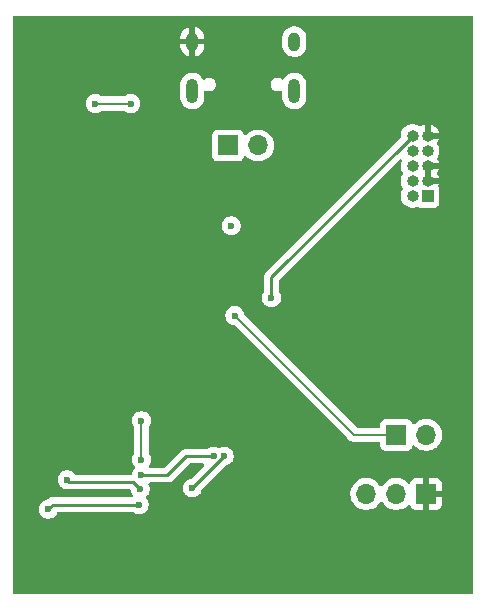
<source format=gbl>
%TF.GenerationSoftware,KiCad,Pcbnew,9.0.0*%
%TF.CreationDate,2025-03-17T13:33:28-06:00*%
%TF.ProjectId,TempLog,54656d70-4c6f-4672-9e6b-696361645f70,rev?*%
%TF.SameCoordinates,Original*%
%TF.FileFunction,Copper,L2,Bot*%
%TF.FilePolarity,Positive*%
%FSLAX46Y46*%
G04 Gerber Fmt 4.6, Leading zero omitted, Abs format (unit mm)*
G04 Created by KiCad (PCBNEW 9.0.0) date 2025-03-17 13:33:28*
%MOMM*%
%LPD*%
G01*
G04 APERTURE LIST*
%TA.AperFunction,ComponentPad*%
%ADD10R,1.700000X1.700000*%
%TD*%
%TA.AperFunction,ComponentPad*%
%ADD11O,1.700000X1.700000*%
%TD*%
%TA.AperFunction,ComponentPad*%
%ADD12O,1.000000X1.600000*%
%TD*%
%TA.AperFunction,ComponentPad*%
%ADD13O,1.000000X2.100000*%
%TD*%
%TA.AperFunction,ComponentPad*%
%ADD14O,1.000000X1.000000*%
%TD*%
%TA.AperFunction,ComponentPad*%
%ADD15R,1.000000X1.000000*%
%TD*%
%TA.AperFunction,ViaPad*%
%ADD16C,0.600000*%
%TD*%
%TA.AperFunction,Conductor*%
%ADD17C,0.250000*%
%TD*%
%TA.AperFunction,Conductor*%
%ADD18C,0.200000*%
%TD*%
G04 APERTURE END LIST*
D10*
%TO.P,J3,1,Pin_1*%
%TO.N,GND*%
X135500000Y-111000000D03*
D11*
%TO.P,J3,2,Pin_2*%
%TO.N,USART1_RX*%
X132960000Y-111000000D03*
%TO.P,J3,3,Pin_3*%
%TO.N,USART1_TX*%
X130420000Y-111000000D03*
%TD*%
D12*
%TO.P,J6,S,SHIELD*%
%TO.N,GND*%
X115700000Y-72700000D03*
D13*
%TO.P,J6,NC3,NC*%
%TO.N,unconnected-(J6-NC-PadNC3)*%
X115700000Y-76880000D03*
%TO.P,J6,NC2,NC*%
%TO.N,unconnected-(J6-NC-PadNC2)*%
X124336000Y-76880000D03*
D12*
%TO.P,J6,NC1,NC*%
%TO.N,unconnected-(J6-NC-PadNC1)*%
X124336000Y-72700000D03*
%TD*%
D14*
%TO.P,J1,10,Pin_10*%
%TO.N,NRST*%
X134355000Y-80690000D03*
%TO.P,J1,8,Pin_8*%
%TO.N,unconnected-(J1-Pin_8-Pad8)*%
X134355000Y-81960000D03*
%TO.P,J1,7,Pin_7*%
%TO.N,unconnected-(J1-Pin_7-Pad7)*%
X135625000Y-81960000D03*
%TO.P,J1,6,Pin_6*%
%TO.N,unconnected-(J1-Pin_6-Pad6)*%
X134355000Y-83230000D03*
%TO.P,J1,4,Pin_4*%
%TO.N,SWDCLK*%
X134355000Y-84500000D03*
%TO.P,J1,2,Pin_2*%
%TO.N,SWDIO*%
X134355000Y-85770000D03*
D15*
%TO.P,J1,1,Pin_1*%
%TO.N,+3V3*%
X135625000Y-85770000D03*
D14*
%TO.P,J1,9,Pin_9*%
%TO.N,GND*%
X135625000Y-80690000D03*
%TO.P,J1,5,Pin_5*%
X135625000Y-83230000D03*
%TO.P,J1,3,Pin_3*%
X135625000Y-84500000D03*
%TD*%
D11*
%TO.P,J5,2,Pin_2*%
%TO.N,+3V3*%
X135515000Y-106000000D03*
D10*
%TO.P,J5,1,Pin_1*%
%TO.N,BOOT0*%
X132975000Y-106000000D03*
%TD*%
D11*
%TO.P,J7,2,Pin_2*%
%TO.N,VCC*%
X121265000Y-81500000D03*
D10*
%TO.P,J7,1,Pin_1*%
%TO.N,VBUS*%
X118725000Y-81500000D03*
%TD*%
D16*
%TO.N,+3V3*%
X111400000Y-104800000D03*
X111400000Y-108100000D03*
%TO.N,GND*%
X126500000Y-84600000D03*
X121200000Y-116200000D03*
X129600000Y-116200000D03*
X114700000Y-86900000D03*
X115400000Y-102000000D03*
X117200000Y-91400000D03*
X137400000Y-76550000D03*
X103600000Y-97000000D03*
X129200000Y-75150000D03*
X108400000Y-113600000D03*
X102700000Y-72248529D03*
X102700000Y-76348529D03*
X123200000Y-78700000D03*
X134182500Y-100933332D03*
X103600000Y-101000000D03*
X116800000Y-78700000D03*
X120000000Y-87200000D03*
X114400000Y-97700000D03*
X126100000Y-104900000D03*
X132682500Y-93000000D03*
X137400000Y-72450000D03*
%TO.N,NRST*%
X122400000Y-94400000D03*
%TO.N,BTN_1*%
X110500000Y-77948529D03*
X107500000Y-77948529D03*
%TO.N,FLASH_SCK*%
X105100000Y-109800000D03*
X111300000Y-110600000D03*
%TO.N,FLASH_MISO*%
X111400000Y-109400000D03*
X117500000Y-107800000D03*
%TO.N,FLASH_MOSI*%
X103500000Y-112300000D03*
X111200000Y-111900000D03*
X115700000Y-110500000D03*
X118400000Y-107800000D03*
%TO.N,BOOT0*%
X119300000Y-95900000D03*
%TO.N,unconnected-(U6-NC-Pad4)*%
X119000000Y-88300000D03*
%TD*%
D17*
%TO.N,FLASH_MISO*%
X117500000Y-107800000D02*
X115200000Y-107800000D01*
X115200000Y-107800000D02*
X113600000Y-109400000D01*
X113600000Y-109400000D02*
X111400000Y-109400000D01*
%TO.N,FLASH_MOSI*%
X111200000Y-111900000D02*
X103900000Y-111900000D01*
X103900000Y-111900000D02*
X103500000Y-112300000D01*
%TO.N,FLASH_SCK*%
X111300000Y-110600000D02*
X110700000Y-110000000D01*
X110700000Y-110000000D02*
X105300000Y-110000000D01*
X105300000Y-110000000D02*
X105100000Y-109800000D01*
D18*
%TO.N,BOOT0*%
X129400000Y-106000000D02*
X132975000Y-106000000D01*
D17*
%TO.N,NRST*%
X122400000Y-94400000D02*
X122400000Y-92645000D01*
X122400000Y-92645000D02*
X134355000Y-80690000D01*
D18*
%TO.N,+3V3*%
X111400000Y-108100000D02*
X111400000Y-104800000D01*
%TO.N,BTN_1*%
X110500000Y-77948529D02*
X107500000Y-77948529D01*
D17*
%TO.N,FLASH_MOSI*%
X115700000Y-110500000D02*
X118400000Y-107800000D01*
D18*
%TO.N,BOOT0*%
X119300000Y-95900000D02*
X129400000Y-106000000D01*
%TD*%
%TA.AperFunction,Conductor*%
%TO.N,GND*%
G36*
X139442539Y-70520185D02*
G01*
X139488294Y-70572989D01*
X139499500Y-70624500D01*
X139499500Y-119375500D01*
X139479815Y-119442539D01*
X139427011Y-119488294D01*
X139375500Y-119499500D01*
X100624500Y-119499500D01*
X100557461Y-119479815D01*
X100511706Y-119427011D01*
X100500500Y-119375500D01*
X100500500Y-112221153D01*
X102699500Y-112221153D01*
X102699500Y-112378846D01*
X102730261Y-112533489D01*
X102730264Y-112533501D01*
X102790602Y-112679172D01*
X102790609Y-112679185D01*
X102878210Y-112810288D01*
X102878213Y-112810292D01*
X102989707Y-112921786D01*
X102989711Y-112921789D01*
X103120814Y-113009390D01*
X103120827Y-113009397D01*
X103266498Y-113069735D01*
X103266503Y-113069737D01*
X103421153Y-113100499D01*
X103421156Y-113100500D01*
X103421158Y-113100500D01*
X103578844Y-113100500D01*
X103578845Y-113100499D01*
X103733497Y-113069737D01*
X103879179Y-113009394D01*
X104010289Y-112921789D01*
X104121789Y-112810289D01*
X104209394Y-112679179D01*
X104213306Y-112669735D01*
X104241343Y-112602048D01*
X104285184Y-112547644D01*
X104351478Y-112525579D01*
X104355904Y-112525500D01*
X110657650Y-112525500D01*
X110724689Y-112545185D01*
X110726541Y-112546398D01*
X110820821Y-112609394D01*
X110820823Y-112609395D01*
X110820827Y-112609397D01*
X110966498Y-112669735D01*
X110966503Y-112669737D01*
X111121153Y-112700499D01*
X111121156Y-112700500D01*
X111121158Y-112700500D01*
X111278844Y-112700500D01*
X111278845Y-112700499D01*
X111433497Y-112669737D01*
X111579179Y-112609394D01*
X111710289Y-112521789D01*
X111821789Y-112410289D01*
X111909394Y-112279179D01*
X111969737Y-112133497D01*
X112000500Y-111978842D01*
X112000500Y-111821158D01*
X112000500Y-111821155D01*
X112000499Y-111821153D01*
X111994244Y-111789707D01*
X111969737Y-111666503D01*
X111938298Y-111590602D01*
X111909397Y-111520827D01*
X111909390Y-111520814D01*
X111821789Y-111389711D01*
X111819766Y-111387688D01*
X111819043Y-111386365D01*
X111817924Y-111385001D01*
X111818182Y-111384788D01*
X111786276Y-111326368D01*
X111791255Y-111256676D01*
X111819757Y-111212320D01*
X111921789Y-111110289D01*
X112009394Y-110979179D01*
X112069737Y-110833497D01*
X112100500Y-110678842D01*
X112100500Y-110521158D01*
X112100500Y-110521155D01*
X112100499Y-110521153D01*
X112080734Y-110421789D01*
X112069737Y-110366503D01*
X112042583Y-110300946D01*
X112009397Y-110220827D01*
X112009390Y-110220814D01*
X112007771Y-110218391D01*
X112007312Y-110216927D01*
X112006521Y-110215446D01*
X112006801Y-110215295D01*
X111986893Y-110151713D01*
X112005378Y-110084333D01*
X112057356Y-110037643D01*
X112110873Y-110025500D01*
X113661607Y-110025500D01*
X113722029Y-110013481D01*
X113782452Y-110001463D01*
X113838587Y-109978211D01*
X113896286Y-109954312D01*
X113962169Y-109910289D01*
X113998733Y-109885858D01*
X114085858Y-109798733D01*
X114085858Y-109798731D01*
X114096066Y-109788524D01*
X114096067Y-109788521D01*
X115422772Y-108461819D01*
X115484095Y-108428334D01*
X115510453Y-108425500D01*
X116590547Y-108425500D01*
X116657586Y-108445185D01*
X116703341Y-108497989D01*
X116713285Y-108567147D01*
X116684260Y-108630703D01*
X116678228Y-108637181D01*
X115641203Y-109674205D01*
X115579880Y-109707690D01*
X115577714Y-109708141D01*
X115466508Y-109730261D01*
X115466498Y-109730264D01*
X115320827Y-109790602D01*
X115320814Y-109790609D01*
X115189711Y-109878210D01*
X115189707Y-109878213D01*
X115078213Y-109989707D01*
X115078210Y-109989711D01*
X114990609Y-110120814D01*
X114990602Y-110120827D01*
X114930264Y-110266498D01*
X114930261Y-110266510D01*
X114899500Y-110421153D01*
X114899500Y-110578846D01*
X114930261Y-110733489D01*
X114930264Y-110733501D01*
X114990602Y-110879172D01*
X114990609Y-110879185D01*
X115078210Y-111010288D01*
X115078213Y-111010292D01*
X115189707Y-111121786D01*
X115189711Y-111121789D01*
X115320814Y-111209390D01*
X115320827Y-111209397D01*
X115448686Y-111262357D01*
X115466503Y-111269737D01*
X115621153Y-111300499D01*
X115621156Y-111300500D01*
X115621158Y-111300500D01*
X115778844Y-111300500D01*
X115778845Y-111300499D01*
X115933497Y-111269737D01*
X116079179Y-111209394D01*
X116210289Y-111121789D01*
X116321789Y-111010289D01*
X116399683Y-110893713D01*
X129069500Y-110893713D01*
X129069500Y-111106286D01*
X129100260Y-111300500D01*
X129102754Y-111316243D01*
X129162721Y-111500803D01*
X129168444Y-111518414D01*
X129264951Y-111707820D01*
X129389890Y-111879786D01*
X129540213Y-112030109D01*
X129712179Y-112155048D01*
X129712181Y-112155049D01*
X129712184Y-112155051D01*
X129901588Y-112251557D01*
X130103757Y-112317246D01*
X130313713Y-112350500D01*
X130313714Y-112350500D01*
X130526286Y-112350500D01*
X130526287Y-112350500D01*
X130736243Y-112317246D01*
X130938412Y-112251557D01*
X131127816Y-112155051D01*
X131214478Y-112092088D01*
X131299786Y-112030109D01*
X131299788Y-112030106D01*
X131299792Y-112030104D01*
X131450104Y-111879792D01*
X131450106Y-111879788D01*
X131450109Y-111879786D01*
X131575048Y-111707820D01*
X131575047Y-111707820D01*
X131575051Y-111707816D01*
X131579514Y-111699054D01*
X131627488Y-111648259D01*
X131695308Y-111631463D01*
X131761444Y-111653999D01*
X131800486Y-111699056D01*
X131804951Y-111707820D01*
X131929890Y-111879786D01*
X132080213Y-112030109D01*
X132252179Y-112155048D01*
X132252181Y-112155049D01*
X132252184Y-112155051D01*
X132441588Y-112251557D01*
X132643757Y-112317246D01*
X132853713Y-112350500D01*
X132853714Y-112350500D01*
X133066286Y-112350500D01*
X133066287Y-112350500D01*
X133276243Y-112317246D01*
X133478412Y-112251557D01*
X133667816Y-112155051D01*
X133754478Y-112092088D01*
X133839784Y-112030110D01*
X133839784Y-112030109D01*
X133839792Y-112030104D01*
X133953717Y-111916178D01*
X134015036Y-111882696D01*
X134084728Y-111887680D01*
X134140662Y-111929551D01*
X134157577Y-111960528D01*
X134206646Y-112092088D01*
X134206649Y-112092093D01*
X134292809Y-112207187D01*
X134292812Y-112207190D01*
X134407906Y-112293350D01*
X134407913Y-112293354D01*
X134542620Y-112343596D01*
X134542627Y-112343598D01*
X134602155Y-112349999D01*
X134602172Y-112350000D01*
X135250000Y-112350000D01*
X135250000Y-111433012D01*
X135307007Y-111465925D01*
X135434174Y-111500000D01*
X135565826Y-111500000D01*
X135692993Y-111465925D01*
X135750000Y-111433012D01*
X135750000Y-112350000D01*
X136397828Y-112350000D01*
X136397844Y-112349999D01*
X136457372Y-112343598D01*
X136457379Y-112343596D01*
X136592086Y-112293354D01*
X136592093Y-112293350D01*
X136707187Y-112207190D01*
X136707190Y-112207187D01*
X136793350Y-112092093D01*
X136793354Y-112092086D01*
X136843596Y-111957379D01*
X136843598Y-111957372D01*
X136849999Y-111897844D01*
X136850000Y-111897827D01*
X136850000Y-111250000D01*
X135933012Y-111250000D01*
X135965925Y-111192993D01*
X136000000Y-111065826D01*
X136000000Y-110934174D01*
X135965925Y-110807007D01*
X135933012Y-110750000D01*
X136850000Y-110750000D01*
X136850000Y-110102172D01*
X136849999Y-110102155D01*
X136843598Y-110042627D01*
X136843596Y-110042620D01*
X136793354Y-109907913D01*
X136793350Y-109907906D01*
X136707190Y-109792812D01*
X136707187Y-109792809D01*
X136592093Y-109706649D01*
X136592086Y-109706645D01*
X136457379Y-109656403D01*
X136457372Y-109656401D01*
X136397844Y-109650000D01*
X135750000Y-109650000D01*
X135750000Y-110566988D01*
X135692993Y-110534075D01*
X135565826Y-110500000D01*
X135434174Y-110500000D01*
X135307007Y-110534075D01*
X135250000Y-110566988D01*
X135250000Y-109650000D01*
X134602155Y-109650000D01*
X134542627Y-109656401D01*
X134542620Y-109656403D01*
X134407913Y-109706645D01*
X134407906Y-109706649D01*
X134292812Y-109792809D01*
X134292809Y-109792812D01*
X134206649Y-109907906D01*
X134206646Y-109907912D01*
X134157577Y-110039471D01*
X134115705Y-110095404D01*
X134050241Y-110119821D01*
X133981968Y-110104969D01*
X133953714Y-110083818D01*
X133839786Y-109969890D01*
X133667820Y-109844951D01*
X133478414Y-109748444D01*
X133478413Y-109748443D01*
X133478412Y-109748443D01*
X133276243Y-109682754D01*
X133276241Y-109682753D01*
X133276240Y-109682753D01*
X133114957Y-109657208D01*
X133066287Y-109649500D01*
X132853713Y-109649500D01*
X132805042Y-109657208D01*
X132643760Y-109682753D01*
X132441585Y-109748444D01*
X132252179Y-109844951D01*
X132080213Y-109969890D01*
X131929890Y-110120213D01*
X131804949Y-110292182D01*
X131800484Y-110300946D01*
X131752509Y-110351742D01*
X131684688Y-110368536D01*
X131618553Y-110345998D01*
X131579516Y-110300946D01*
X131575050Y-110292182D01*
X131450109Y-110120213D01*
X131299786Y-109969890D01*
X131127820Y-109844951D01*
X130938414Y-109748444D01*
X130938413Y-109748443D01*
X130938412Y-109748443D01*
X130736243Y-109682754D01*
X130736241Y-109682753D01*
X130736240Y-109682753D01*
X130574957Y-109657208D01*
X130526287Y-109649500D01*
X130313713Y-109649500D01*
X130265042Y-109657208D01*
X130103760Y-109682753D01*
X129901585Y-109748444D01*
X129712179Y-109844951D01*
X129540213Y-109969890D01*
X129389890Y-110120213D01*
X129264951Y-110292179D01*
X129168444Y-110481585D01*
X129168443Y-110481587D01*
X129168443Y-110481588D01*
X129155587Y-110521155D01*
X129102753Y-110683760D01*
X129069500Y-110893713D01*
X116399683Y-110893713D01*
X116409394Y-110879179D01*
X116469737Y-110733497D01*
X116491858Y-110622282D01*
X116524240Y-110560375D01*
X116525734Y-110558854D01*
X118458798Y-108625791D01*
X118520119Y-108592308D01*
X118522114Y-108591892D01*
X118633497Y-108569737D01*
X118779179Y-108509394D01*
X118910289Y-108421789D01*
X119021789Y-108310289D01*
X119109394Y-108179179D01*
X119169737Y-108033497D01*
X119200500Y-107878842D01*
X119200500Y-107721158D01*
X119200500Y-107721155D01*
X119200499Y-107721153D01*
X119174353Y-107589711D01*
X119169737Y-107566503D01*
X119150572Y-107520234D01*
X119109397Y-107420827D01*
X119109390Y-107420814D01*
X119021789Y-107289711D01*
X119021786Y-107289707D01*
X118910292Y-107178213D01*
X118910288Y-107178210D01*
X118779185Y-107090609D01*
X118779172Y-107090602D01*
X118633501Y-107030264D01*
X118633489Y-107030261D01*
X118478845Y-106999500D01*
X118478842Y-106999500D01*
X118321158Y-106999500D01*
X118321155Y-106999500D01*
X118166510Y-107030261D01*
X118166498Y-107030264D01*
X118020822Y-107090604D01*
X118020820Y-107090605D01*
X118018885Y-107091899D01*
X118017717Y-107092264D01*
X118015451Y-107093476D01*
X118015221Y-107093045D01*
X117952206Y-107112773D01*
X117884827Y-107094285D01*
X117881115Y-107091899D01*
X117879179Y-107090605D01*
X117879177Y-107090604D01*
X117733501Y-107030264D01*
X117733489Y-107030261D01*
X117578845Y-106999500D01*
X117578842Y-106999500D01*
X117421158Y-106999500D01*
X117421155Y-106999500D01*
X117266510Y-107030261D01*
X117266498Y-107030264D01*
X117120827Y-107090602D01*
X117120815Y-107090609D01*
X117026541Y-107153602D01*
X116959864Y-107174480D01*
X116957650Y-107174500D01*
X115267741Y-107174500D01*
X115267721Y-107174499D01*
X115261607Y-107174499D01*
X115138394Y-107174499D01*
X115037597Y-107194548D01*
X115037592Y-107194548D01*
X115017553Y-107198535D01*
X114995796Y-107207547D01*
X114903717Y-107245686D01*
X114903708Y-107245691D01*
X114801267Y-107314141D01*
X114801263Y-107314144D01*
X113377229Y-108738181D01*
X113315906Y-108771666D01*
X113289548Y-108774500D01*
X112144055Y-108774500D01*
X112077016Y-108754815D01*
X112031261Y-108702011D01*
X112021317Y-108632853D01*
X112040953Y-108581609D01*
X112109390Y-108479185D01*
X112109390Y-108479184D01*
X112109394Y-108479179D01*
X112169737Y-108333497D01*
X112200500Y-108178842D01*
X112200500Y-108021158D01*
X112200500Y-108021155D01*
X112200499Y-108021153D01*
X112172192Y-107878846D01*
X112169737Y-107866503D01*
X112109534Y-107721158D01*
X112109397Y-107720827D01*
X112109390Y-107720814D01*
X112021398Y-107589125D01*
X112000520Y-107522447D01*
X112000500Y-107520234D01*
X112000500Y-105379765D01*
X112020185Y-105312726D01*
X112021398Y-105310874D01*
X112109390Y-105179185D01*
X112109390Y-105179184D01*
X112109394Y-105179179D01*
X112169737Y-105033497D01*
X112200500Y-104878842D01*
X112200500Y-104721158D01*
X112200500Y-104721155D01*
X112200499Y-104721153D01*
X112169738Y-104566510D01*
X112169737Y-104566503D01*
X112169735Y-104566498D01*
X112109397Y-104420827D01*
X112109390Y-104420814D01*
X112021789Y-104289711D01*
X112021786Y-104289707D01*
X111910292Y-104178213D01*
X111910288Y-104178210D01*
X111779185Y-104090609D01*
X111779172Y-104090602D01*
X111633501Y-104030264D01*
X111633489Y-104030261D01*
X111478845Y-103999500D01*
X111478842Y-103999500D01*
X111321158Y-103999500D01*
X111321155Y-103999500D01*
X111166510Y-104030261D01*
X111166498Y-104030264D01*
X111020827Y-104090602D01*
X111020814Y-104090609D01*
X110889711Y-104178210D01*
X110889707Y-104178213D01*
X110778213Y-104289707D01*
X110778210Y-104289711D01*
X110690609Y-104420814D01*
X110690602Y-104420827D01*
X110630264Y-104566498D01*
X110630261Y-104566510D01*
X110599500Y-104721153D01*
X110599500Y-104878846D01*
X110630261Y-105033489D01*
X110630264Y-105033501D01*
X110690602Y-105179172D01*
X110690609Y-105179185D01*
X110778602Y-105310874D01*
X110799480Y-105377551D01*
X110799500Y-105379765D01*
X110799500Y-107520234D01*
X110779815Y-107587273D01*
X110778602Y-107589125D01*
X110690609Y-107720814D01*
X110690602Y-107720827D01*
X110630264Y-107866498D01*
X110630261Y-107866510D01*
X110599500Y-108021153D01*
X110599500Y-108178846D01*
X110630261Y-108333489D01*
X110630264Y-108333501D01*
X110690602Y-108479172D01*
X110690609Y-108479185D01*
X110778210Y-108610288D01*
X110778213Y-108610292D01*
X110830240Y-108662319D01*
X110863725Y-108723642D01*
X110858741Y-108793334D01*
X110830240Y-108837681D01*
X110778213Y-108889707D01*
X110778210Y-108889711D01*
X110690609Y-109020814D01*
X110690602Y-109020827D01*
X110630264Y-109166498D01*
X110630261Y-109166508D01*
X110608742Y-109274692D01*
X110576357Y-109336603D01*
X110515641Y-109371177D01*
X110487125Y-109374500D01*
X105844723Y-109374500D01*
X105777684Y-109354815D01*
X105741621Y-109319391D01*
X105721789Y-109289711D01*
X105721786Y-109289707D01*
X105610292Y-109178213D01*
X105610288Y-109178210D01*
X105479185Y-109090609D01*
X105479172Y-109090602D01*
X105333501Y-109030264D01*
X105333489Y-109030261D01*
X105178845Y-108999500D01*
X105178842Y-108999500D01*
X105021158Y-108999500D01*
X105021155Y-108999500D01*
X104866510Y-109030261D01*
X104866498Y-109030264D01*
X104720827Y-109090602D01*
X104720814Y-109090609D01*
X104589711Y-109178210D01*
X104589707Y-109178213D01*
X104478213Y-109289707D01*
X104478210Y-109289711D01*
X104390609Y-109420814D01*
X104390602Y-109420827D01*
X104330264Y-109566498D01*
X104330261Y-109566510D01*
X104299500Y-109721153D01*
X104299500Y-109878846D01*
X104330261Y-110033489D01*
X104330264Y-110033501D01*
X104390602Y-110179172D01*
X104390609Y-110179185D01*
X104478210Y-110310288D01*
X104478213Y-110310292D01*
X104589707Y-110421786D01*
X104589711Y-110421789D01*
X104720814Y-110509390D01*
X104720827Y-110509397D01*
X104840086Y-110558795D01*
X104866503Y-110569737D01*
X105018147Y-110599901D01*
X105021153Y-110600499D01*
X105021156Y-110600500D01*
X105021158Y-110600500D01*
X105100495Y-110600500D01*
X105124686Y-110602883D01*
X105238389Y-110625499D01*
X105238393Y-110625500D01*
X105238394Y-110625500D01*
X105361607Y-110625500D01*
X110387126Y-110625500D01*
X110454165Y-110645185D01*
X110499920Y-110697989D01*
X110508743Y-110725309D01*
X110530261Y-110833489D01*
X110530264Y-110833501D01*
X110590602Y-110979172D01*
X110590609Y-110979185D01*
X110659047Y-111081609D01*
X110679925Y-111148287D01*
X110661440Y-111215667D01*
X110609462Y-111262357D01*
X110555945Y-111274500D01*
X103838388Y-111274500D01*
X103717555Y-111298535D01*
X103717547Y-111298537D01*
X103603716Y-111345687D01*
X103501269Y-111414140D01*
X103441201Y-111474207D01*
X103379877Y-111507691D01*
X103377713Y-111508141D01*
X103266508Y-111530261D01*
X103266498Y-111530264D01*
X103120827Y-111590602D01*
X103120814Y-111590609D01*
X102989711Y-111678210D01*
X102989707Y-111678213D01*
X102878213Y-111789707D01*
X102878210Y-111789711D01*
X102790609Y-111920814D01*
X102790602Y-111920827D01*
X102730264Y-112066498D01*
X102730261Y-112066510D01*
X102699500Y-112221153D01*
X100500500Y-112221153D01*
X100500500Y-95821153D01*
X118499500Y-95821153D01*
X118499500Y-95978846D01*
X118530261Y-96133489D01*
X118530264Y-96133501D01*
X118590602Y-96279172D01*
X118590609Y-96279185D01*
X118678210Y-96410288D01*
X118678213Y-96410292D01*
X118789707Y-96521786D01*
X118789711Y-96521789D01*
X118920814Y-96609390D01*
X118920827Y-96609397D01*
X119066498Y-96669735D01*
X119066503Y-96669737D01*
X119131147Y-96682595D01*
X119221849Y-96700638D01*
X119283760Y-96733023D01*
X119285339Y-96734574D01*
X128915139Y-106364374D01*
X128915149Y-106364385D01*
X128919479Y-106368715D01*
X128919480Y-106368716D01*
X129031284Y-106480520D01*
X129096917Y-106518412D01*
X129118095Y-106530639D01*
X129118097Y-106530641D01*
X129156151Y-106552611D01*
X129168215Y-106559577D01*
X129320943Y-106600501D01*
X129320946Y-106600501D01*
X129486653Y-106600501D01*
X129486669Y-106600500D01*
X131500501Y-106600500D01*
X131567540Y-106620185D01*
X131613295Y-106672989D01*
X131624501Y-106724500D01*
X131624501Y-106897876D01*
X131630908Y-106957483D01*
X131681202Y-107092328D01*
X131681206Y-107092335D01*
X131767452Y-107207544D01*
X131767454Y-107207546D01*
X131882664Y-107293793D01*
X131882671Y-107293797D01*
X132017517Y-107344091D01*
X132017516Y-107344091D01*
X132024444Y-107344835D01*
X132077127Y-107350500D01*
X133872872Y-107350499D01*
X133932483Y-107344091D01*
X134067331Y-107293796D01*
X134182546Y-107207546D01*
X134268796Y-107092331D01*
X134317810Y-106960916D01*
X134359681Y-106904984D01*
X134425145Y-106880566D01*
X134493418Y-106895417D01*
X134521673Y-106916569D01*
X134635213Y-107030109D01*
X134807179Y-107155048D01*
X134807181Y-107155049D01*
X134807184Y-107155051D01*
X134996588Y-107251557D01*
X135198757Y-107317246D01*
X135408713Y-107350500D01*
X135408714Y-107350500D01*
X135621286Y-107350500D01*
X135621287Y-107350500D01*
X135831243Y-107317246D01*
X136033412Y-107251557D01*
X136222816Y-107155051D01*
X136306454Y-107094285D01*
X136394786Y-107030109D01*
X136394788Y-107030106D01*
X136394792Y-107030104D01*
X136545104Y-106879792D01*
X136545106Y-106879788D01*
X136545109Y-106879786D01*
X136670048Y-106707820D01*
X136670047Y-106707820D01*
X136670051Y-106707816D01*
X136766557Y-106518412D01*
X136832246Y-106316243D01*
X136865500Y-106106287D01*
X136865500Y-105893713D01*
X136832246Y-105683757D01*
X136766557Y-105481588D01*
X136670051Y-105292184D01*
X136670049Y-105292181D01*
X136670048Y-105292179D01*
X136545109Y-105120213D01*
X136394786Y-104969890D01*
X136222820Y-104844951D01*
X136033414Y-104748444D01*
X136033413Y-104748443D01*
X136033412Y-104748443D01*
X135831243Y-104682754D01*
X135831241Y-104682753D01*
X135831240Y-104682753D01*
X135669957Y-104657208D01*
X135621287Y-104649500D01*
X135408713Y-104649500D01*
X135360042Y-104657208D01*
X135198760Y-104682753D01*
X134996585Y-104748444D01*
X134807179Y-104844951D01*
X134635215Y-104969889D01*
X134521673Y-105083431D01*
X134460350Y-105116915D01*
X134390658Y-105111931D01*
X134334725Y-105070059D01*
X134317810Y-105039082D01*
X134268797Y-104907671D01*
X134268793Y-104907664D01*
X134182547Y-104792455D01*
X134182544Y-104792452D01*
X134067335Y-104706206D01*
X134067328Y-104706202D01*
X133932482Y-104655908D01*
X133932483Y-104655908D01*
X133872883Y-104649501D01*
X133872881Y-104649500D01*
X133872873Y-104649500D01*
X133872864Y-104649500D01*
X132077129Y-104649500D01*
X132077123Y-104649501D01*
X132017516Y-104655908D01*
X131882671Y-104706202D01*
X131882664Y-104706206D01*
X131767455Y-104792452D01*
X131767452Y-104792455D01*
X131681206Y-104907664D01*
X131681202Y-104907671D01*
X131630908Y-105042517D01*
X131624501Y-105102116D01*
X131624500Y-105102135D01*
X131624500Y-105275500D01*
X131604815Y-105342539D01*
X131552011Y-105388294D01*
X131500500Y-105399500D01*
X129700097Y-105399500D01*
X129633058Y-105379815D01*
X129612416Y-105363181D01*
X120134574Y-95885339D01*
X120101089Y-95824016D01*
X120100638Y-95821849D01*
X120069738Y-95666510D01*
X120069737Y-95666503D01*
X120069735Y-95666498D01*
X120009397Y-95520827D01*
X120009390Y-95520814D01*
X119921789Y-95389711D01*
X119921786Y-95389707D01*
X119810292Y-95278213D01*
X119810288Y-95278210D01*
X119679185Y-95190609D01*
X119679172Y-95190602D01*
X119533501Y-95130264D01*
X119533489Y-95130261D01*
X119378845Y-95099500D01*
X119378842Y-95099500D01*
X119221158Y-95099500D01*
X119221155Y-95099500D01*
X119066510Y-95130261D01*
X119066498Y-95130264D01*
X118920827Y-95190602D01*
X118920814Y-95190609D01*
X118789711Y-95278210D01*
X118789707Y-95278213D01*
X118678213Y-95389707D01*
X118678210Y-95389711D01*
X118590609Y-95520814D01*
X118590602Y-95520827D01*
X118530264Y-95666498D01*
X118530261Y-95666510D01*
X118499500Y-95821153D01*
X100500500Y-95821153D01*
X100500500Y-94321153D01*
X121599500Y-94321153D01*
X121599500Y-94478846D01*
X121630261Y-94633489D01*
X121630264Y-94633501D01*
X121690602Y-94779172D01*
X121690609Y-94779185D01*
X121778210Y-94910288D01*
X121778213Y-94910292D01*
X121889707Y-95021786D01*
X121889711Y-95021789D01*
X122020814Y-95109390D01*
X122020827Y-95109397D01*
X122166498Y-95169735D01*
X122166503Y-95169737D01*
X122321153Y-95200499D01*
X122321156Y-95200500D01*
X122321158Y-95200500D01*
X122478844Y-95200500D01*
X122478845Y-95200499D01*
X122633497Y-95169737D01*
X122779179Y-95109394D01*
X122910289Y-95021789D01*
X123021789Y-94910289D01*
X123109394Y-94779179D01*
X123169737Y-94633497D01*
X123200500Y-94478842D01*
X123200500Y-94321158D01*
X123200500Y-94321155D01*
X123200499Y-94321153D01*
X123169738Y-94166510D01*
X123169737Y-94166503D01*
X123109394Y-94020821D01*
X123046397Y-93926539D01*
X123025520Y-93859863D01*
X123025500Y-93857650D01*
X123025500Y-92955451D01*
X123045185Y-92888412D01*
X123061814Y-92867775D01*
X133236068Y-82693520D01*
X133297389Y-82660037D01*
X133367081Y-82665021D01*
X133423014Y-82706893D01*
X133447431Y-82772357D01*
X133438308Y-82828655D01*
X133392949Y-82938165D01*
X133392948Y-82938168D01*
X133392948Y-82938169D01*
X133392947Y-82938170D01*
X133354500Y-83131456D01*
X133354500Y-83131459D01*
X133354500Y-83328541D01*
X133354500Y-83328543D01*
X133354499Y-83328543D01*
X133392947Y-83521829D01*
X133392950Y-83521839D01*
X133406686Y-83555000D01*
X133468368Y-83703914D01*
X133512352Y-83769740D01*
X133529971Y-83796110D01*
X133550848Y-83862787D01*
X133532363Y-83930167D01*
X133529971Y-83933890D01*
X133468366Y-84026089D01*
X133392950Y-84208160D01*
X133392947Y-84208170D01*
X133354500Y-84401456D01*
X133354500Y-84401459D01*
X133354500Y-84598541D01*
X133354500Y-84598543D01*
X133354499Y-84598543D01*
X133392947Y-84791829D01*
X133392950Y-84791839D01*
X133468366Y-84973910D01*
X133468368Y-84973914D01*
X133496102Y-85015421D01*
X133529971Y-85066110D01*
X133550848Y-85132787D01*
X133532363Y-85200167D01*
X133529971Y-85203890D01*
X133468366Y-85296089D01*
X133392950Y-85478160D01*
X133392947Y-85478170D01*
X133354500Y-85671456D01*
X133354500Y-85671459D01*
X133354500Y-85868541D01*
X133354500Y-85868543D01*
X133354499Y-85868543D01*
X133392947Y-86061829D01*
X133392950Y-86061839D01*
X133468364Y-86243907D01*
X133468371Y-86243920D01*
X133577860Y-86407781D01*
X133577863Y-86407785D01*
X133717214Y-86547136D01*
X133717218Y-86547139D01*
X133881079Y-86656628D01*
X133881092Y-86656635D01*
X134063160Y-86732049D01*
X134063165Y-86732051D01*
X134063169Y-86732051D01*
X134063170Y-86732052D01*
X134256456Y-86770500D01*
X134256459Y-86770500D01*
X134453543Y-86770500D01*
X134583582Y-86744632D01*
X134646835Y-86732051D01*
X134749126Y-86689680D01*
X134818590Y-86682212D01*
X134870887Y-86704976D01*
X134882668Y-86713795D01*
X134882671Y-86713797D01*
X135017517Y-86764091D01*
X135017516Y-86764091D01*
X135024444Y-86764835D01*
X135077127Y-86770500D01*
X136172872Y-86770499D01*
X136232483Y-86764091D01*
X136367331Y-86713796D01*
X136482546Y-86627546D01*
X136568796Y-86512331D01*
X136619091Y-86377483D01*
X136625500Y-86317873D01*
X136625499Y-85222128D01*
X136619091Y-85162517D01*
X136608002Y-85132787D01*
X136568797Y-85027671D01*
X136568793Y-85027664D01*
X136559628Y-85015421D01*
X136535210Y-84949957D01*
X136544333Y-84893656D01*
X136586570Y-84791687D01*
X136594862Y-84750000D01*
X135834618Y-84750000D01*
X135885064Y-84699554D01*
X135927851Y-84625445D01*
X135950000Y-84542787D01*
X135950000Y-84457213D01*
X135927851Y-84374555D01*
X135885064Y-84300446D01*
X135834618Y-84250000D01*
X135875000Y-84250000D01*
X136594862Y-84250000D01*
X136586569Y-84208309D01*
X136586569Y-84208307D01*
X136511192Y-84026328D01*
X136449427Y-83933892D01*
X136428549Y-83867214D01*
X136447033Y-83799834D01*
X136449427Y-83796108D01*
X136511192Y-83703671D01*
X136586569Y-83521692D01*
X136586569Y-83521690D01*
X136594862Y-83480000D01*
X135875000Y-83480000D01*
X135875000Y-84250000D01*
X135834618Y-84250000D01*
X135824554Y-84239936D01*
X135750445Y-84197149D01*
X135667787Y-84175000D01*
X135582213Y-84175000D01*
X135499555Y-84197149D01*
X135425446Y-84239936D01*
X135375000Y-84290382D01*
X135375000Y-83439618D01*
X135425446Y-83490064D01*
X135499555Y-83532851D01*
X135582213Y-83555000D01*
X135667787Y-83555000D01*
X135750445Y-83532851D01*
X135824554Y-83490064D01*
X135885064Y-83429554D01*
X135927851Y-83355445D01*
X135950000Y-83272787D01*
X135950000Y-83187213D01*
X135927851Y-83104555D01*
X135885064Y-83030446D01*
X135834618Y-82980000D01*
X136594862Y-82980000D01*
X136586569Y-82938309D01*
X136586569Y-82938307D01*
X136511192Y-82756328D01*
X136511188Y-82756321D01*
X136449728Y-82664341D01*
X136428850Y-82597663D01*
X136447334Y-82530283D01*
X136449704Y-82526595D01*
X136511632Y-82433914D01*
X136518817Y-82416569D01*
X136587049Y-82251839D01*
X136587051Y-82251835D01*
X136625500Y-82058541D01*
X136625500Y-81861459D01*
X136625500Y-81861456D01*
X136587052Y-81668170D01*
X136587051Y-81668169D01*
X136587051Y-81668165D01*
X136587049Y-81668160D01*
X136511635Y-81486092D01*
X136511628Y-81486079D01*
X136449728Y-81393440D01*
X136428850Y-81326763D01*
X136447334Y-81259383D01*
X136449729Y-81255657D01*
X136511189Y-81163676D01*
X136511191Y-81163673D01*
X136586569Y-80981692D01*
X136586569Y-80981690D01*
X136594862Y-80940000D01*
X135834618Y-80940000D01*
X135885064Y-80889554D01*
X135927851Y-80815445D01*
X135950000Y-80732787D01*
X135950000Y-80647213D01*
X135927851Y-80564555D01*
X135885064Y-80490446D01*
X135834618Y-80440000D01*
X135875000Y-80440000D01*
X136594862Y-80440000D01*
X136586569Y-80398309D01*
X136586569Y-80398307D01*
X136511192Y-80216328D01*
X136511185Y-80216315D01*
X136401751Y-80052537D01*
X136401748Y-80052533D01*
X136262466Y-79913251D01*
X136262462Y-79913248D01*
X136098684Y-79803814D01*
X136098671Y-79803807D01*
X135916691Y-79728429D01*
X135916683Y-79728427D01*
X135875000Y-79720135D01*
X135875000Y-80440000D01*
X135834618Y-80440000D01*
X135824554Y-80429936D01*
X135750445Y-80387149D01*
X135667787Y-80365000D01*
X135582213Y-80365000D01*
X135499555Y-80387149D01*
X135425446Y-80429936D01*
X135375000Y-80480382D01*
X135375000Y-79720136D01*
X135374999Y-79720135D01*
X135333316Y-79728427D01*
X135333308Y-79728429D01*
X135151325Y-79803809D01*
X135059339Y-79865271D01*
X134992661Y-79886148D01*
X134925281Y-79867663D01*
X134921559Y-79865271D01*
X134889552Y-79843885D01*
X134828914Y-79803368D01*
X134828911Y-79803366D01*
X134828910Y-79803366D01*
X134646839Y-79727950D01*
X134646829Y-79727947D01*
X134453543Y-79689500D01*
X134453541Y-79689500D01*
X134256459Y-79689500D01*
X134256457Y-79689500D01*
X134063170Y-79727947D01*
X134063160Y-79727950D01*
X133881092Y-79803364D01*
X133881079Y-79803371D01*
X133717218Y-79912860D01*
X133717214Y-79912863D01*
X133577863Y-80052214D01*
X133577860Y-80052218D01*
X133468371Y-80216079D01*
X133468364Y-80216092D01*
X133392950Y-80398160D01*
X133392947Y-80398170D01*
X133354500Y-80591456D01*
X133354500Y-80754547D01*
X133334815Y-80821586D01*
X133318181Y-80842228D01*
X121914144Y-92246264D01*
X121914138Y-92246272D01*
X121845692Y-92348705D01*
X121845684Y-92348719D01*
X121812347Y-92429207D01*
X121806823Y-92442543D01*
X121798537Y-92462545D01*
X121798535Y-92462553D01*
X121774500Y-92583389D01*
X121774500Y-93857650D01*
X121754815Y-93924689D01*
X121753602Y-93926541D01*
X121690609Y-94020815D01*
X121690602Y-94020828D01*
X121630264Y-94166498D01*
X121630261Y-94166510D01*
X121599500Y-94321153D01*
X100500500Y-94321153D01*
X100500500Y-88221153D01*
X118199500Y-88221153D01*
X118199500Y-88378846D01*
X118230261Y-88533489D01*
X118230264Y-88533501D01*
X118290602Y-88679172D01*
X118290609Y-88679185D01*
X118378210Y-88810288D01*
X118378213Y-88810292D01*
X118489707Y-88921786D01*
X118489711Y-88921789D01*
X118620814Y-89009390D01*
X118620827Y-89009397D01*
X118766498Y-89069735D01*
X118766503Y-89069737D01*
X118921153Y-89100499D01*
X118921156Y-89100500D01*
X118921158Y-89100500D01*
X119078844Y-89100500D01*
X119078845Y-89100499D01*
X119233497Y-89069737D01*
X119379179Y-89009394D01*
X119510289Y-88921789D01*
X119621789Y-88810289D01*
X119709394Y-88679179D01*
X119769737Y-88533497D01*
X119800500Y-88378842D01*
X119800500Y-88221158D01*
X119800500Y-88221155D01*
X119800499Y-88221153D01*
X119769738Y-88066510D01*
X119769737Y-88066503D01*
X119769735Y-88066498D01*
X119709397Y-87920827D01*
X119709390Y-87920814D01*
X119621789Y-87789711D01*
X119621786Y-87789707D01*
X119510292Y-87678213D01*
X119510288Y-87678210D01*
X119379185Y-87590609D01*
X119379172Y-87590602D01*
X119233501Y-87530264D01*
X119233489Y-87530261D01*
X119078845Y-87499500D01*
X119078842Y-87499500D01*
X118921158Y-87499500D01*
X118921155Y-87499500D01*
X118766510Y-87530261D01*
X118766498Y-87530264D01*
X118620827Y-87590602D01*
X118620814Y-87590609D01*
X118489711Y-87678210D01*
X118489707Y-87678213D01*
X118378213Y-87789707D01*
X118378210Y-87789711D01*
X118290609Y-87920814D01*
X118290602Y-87920827D01*
X118230264Y-88066498D01*
X118230261Y-88066510D01*
X118199500Y-88221153D01*
X100500500Y-88221153D01*
X100500500Y-80602135D01*
X117374500Y-80602135D01*
X117374500Y-82397870D01*
X117374501Y-82397876D01*
X117380908Y-82457483D01*
X117431202Y-82592328D01*
X117431206Y-82592335D01*
X117517452Y-82707544D01*
X117517455Y-82707547D01*
X117632664Y-82793793D01*
X117632671Y-82793797D01*
X117767517Y-82844091D01*
X117767516Y-82844091D01*
X117774444Y-82844835D01*
X117827127Y-82850500D01*
X119622872Y-82850499D01*
X119682483Y-82844091D01*
X119817331Y-82793796D01*
X119932546Y-82707546D01*
X120018796Y-82592331D01*
X120067810Y-82460916D01*
X120109681Y-82404984D01*
X120175145Y-82380566D01*
X120243418Y-82395417D01*
X120271673Y-82416569D01*
X120385213Y-82530109D01*
X120557179Y-82655048D01*
X120557181Y-82655049D01*
X120557184Y-82655051D01*
X120746588Y-82751557D01*
X120948757Y-82817246D01*
X121158713Y-82850500D01*
X121158714Y-82850500D01*
X121371286Y-82850500D01*
X121371287Y-82850500D01*
X121581243Y-82817246D01*
X121783412Y-82751557D01*
X121972816Y-82655051D01*
X122051641Y-82597782D01*
X122144786Y-82530109D01*
X122144788Y-82530106D01*
X122144792Y-82530104D01*
X122295104Y-82379792D01*
X122295106Y-82379788D01*
X122295109Y-82379786D01*
X122420048Y-82207820D01*
X122420047Y-82207820D01*
X122420051Y-82207816D01*
X122516557Y-82018412D01*
X122582246Y-81816243D01*
X122615500Y-81606287D01*
X122615500Y-81393713D01*
X122582246Y-81183757D01*
X122516557Y-80981588D01*
X122420051Y-80792184D01*
X122420049Y-80792181D01*
X122420048Y-80792179D01*
X122295109Y-80620213D01*
X122144786Y-80469890D01*
X121972820Y-80344951D01*
X121783414Y-80248444D01*
X121783413Y-80248443D01*
X121783412Y-80248443D01*
X121581243Y-80182754D01*
X121581241Y-80182753D01*
X121581240Y-80182753D01*
X121419957Y-80157208D01*
X121371287Y-80149500D01*
X121158713Y-80149500D01*
X121110042Y-80157208D01*
X120948760Y-80182753D01*
X120746585Y-80248444D01*
X120557179Y-80344951D01*
X120385215Y-80469889D01*
X120271673Y-80583431D01*
X120210350Y-80616915D01*
X120140658Y-80611931D01*
X120084725Y-80570059D01*
X120067810Y-80539082D01*
X120018797Y-80407671D01*
X120018793Y-80407664D01*
X119932547Y-80292455D01*
X119932544Y-80292452D01*
X119817335Y-80206206D01*
X119817328Y-80206202D01*
X119682482Y-80155908D01*
X119682483Y-80155908D01*
X119622883Y-80149501D01*
X119622881Y-80149500D01*
X119622873Y-80149500D01*
X119622864Y-80149500D01*
X117827129Y-80149500D01*
X117827123Y-80149501D01*
X117767516Y-80155908D01*
X117632671Y-80206202D01*
X117632664Y-80206206D01*
X117517455Y-80292452D01*
X117517452Y-80292455D01*
X117431206Y-80407664D01*
X117431202Y-80407671D01*
X117380908Y-80542517D01*
X117374501Y-80602116D01*
X117374500Y-80602135D01*
X100500500Y-80602135D01*
X100500500Y-77869682D01*
X106699500Y-77869682D01*
X106699500Y-78027375D01*
X106730261Y-78182018D01*
X106730264Y-78182030D01*
X106790602Y-78327701D01*
X106790609Y-78327714D01*
X106878210Y-78458817D01*
X106878213Y-78458821D01*
X106989707Y-78570315D01*
X106989711Y-78570318D01*
X107120814Y-78657919D01*
X107120827Y-78657926D01*
X107266498Y-78718264D01*
X107266503Y-78718266D01*
X107421153Y-78749028D01*
X107421156Y-78749029D01*
X107421158Y-78749029D01*
X107578844Y-78749029D01*
X107578845Y-78749028D01*
X107733497Y-78718266D01*
X107879179Y-78657923D01*
X107879185Y-78657919D01*
X108010875Y-78569927D01*
X108077553Y-78549049D01*
X108079766Y-78549029D01*
X109920234Y-78549029D01*
X109987273Y-78568714D01*
X109989125Y-78569927D01*
X110120814Y-78657919D01*
X110120827Y-78657926D01*
X110266498Y-78718264D01*
X110266503Y-78718266D01*
X110421153Y-78749028D01*
X110421156Y-78749029D01*
X110421158Y-78749029D01*
X110578844Y-78749029D01*
X110578845Y-78749028D01*
X110733497Y-78718266D01*
X110879179Y-78657923D01*
X111010289Y-78570318D01*
X111121789Y-78458818D01*
X111209394Y-78327708D01*
X111213984Y-78316628D01*
X111269735Y-78182030D01*
X111269737Y-78182026D01*
X111300500Y-78027371D01*
X111300500Y-77869687D01*
X111300500Y-77869684D01*
X111300499Y-77869682D01*
X111269738Y-77715039D01*
X111269737Y-77715032D01*
X111269735Y-77715027D01*
X111209397Y-77569356D01*
X111209390Y-77569343D01*
X111182128Y-77528543D01*
X114699499Y-77528543D01*
X114737947Y-77721829D01*
X114737950Y-77721839D01*
X114813364Y-77903907D01*
X114813371Y-77903920D01*
X114922860Y-78067781D01*
X114922863Y-78067785D01*
X115062214Y-78207136D01*
X115062218Y-78207139D01*
X115226079Y-78316628D01*
X115226092Y-78316635D01*
X115408160Y-78392049D01*
X115408165Y-78392051D01*
X115408169Y-78392051D01*
X115408170Y-78392052D01*
X115601456Y-78430500D01*
X115601459Y-78430500D01*
X115798543Y-78430500D01*
X115928582Y-78404632D01*
X115991835Y-78392051D01*
X116132655Y-78333721D01*
X116173907Y-78316635D01*
X116173907Y-78316634D01*
X116173914Y-78316632D01*
X116337782Y-78207139D01*
X116477139Y-78067782D01*
X116586632Y-77903914D01*
X116662051Y-77721835D01*
X116674632Y-77658582D01*
X116700500Y-77528543D01*
X116700500Y-76982488D01*
X116720185Y-76915449D01*
X116772989Y-76869694D01*
X116842147Y-76859750D01*
X116886500Y-76875100D01*
X116905865Y-76886281D01*
X117052234Y-76925500D01*
X117052236Y-76925500D01*
X117203764Y-76925500D01*
X117203766Y-76925500D01*
X117350135Y-76886281D01*
X117481365Y-76810515D01*
X117588515Y-76703365D01*
X117664281Y-76572135D01*
X117703500Y-76425766D01*
X117703500Y-76274234D01*
X122332500Y-76274234D01*
X122332500Y-76425765D01*
X122371719Y-76572136D01*
X122409602Y-76637750D01*
X122447485Y-76703365D01*
X122554635Y-76810515D01*
X122685865Y-76886281D01*
X122832234Y-76925500D01*
X122832236Y-76925500D01*
X122983764Y-76925500D01*
X122983766Y-76925500D01*
X123130135Y-76886281D01*
X123149499Y-76875100D01*
X123217399Y-76858628D01*
X123283426Y-76881480D01*
X123326617Y-76936401D01*
X123335500Y-76982488D01*
X123335500Y-77528541D01*
X123335500Y-77528543D01*
X123335499Y-77528543D01*
X123373947Y-77721829D01*
X123373950Y-77721839D01*
X123449364Y-77903907D01*
X123449371Y-77903920D01*
X123558860Y-78067781D01*
X123558863Y-78067785D01*
X123698214Y-78207136D01*
X123698218Y-78207139D01*
X123862079Y-78316628D01*
X123862092Y-78316635D01*
X124044160Y-78392049D01*
X124044165Y-78392051D01*
X124044169Y-78392051D01*
X124044170Y-78392052D01*
X124237456Y-78430500D01*
X124237459Y-78430500D01*
X124434543Y-78430500D01*
X124564582Y-78404632D01*
X124627835Y-78392051D01*
X124768655Y-78333721D01*
X124809907Y-78316635D01*
X124809907Y-78316634D01*
X124809914Y-78316632D01*
X124973782Y-78207139D01*
X125113139Y-78067782D01*
X125222632Y-77903914D01*
X125298051Y-77721835D01*
X125310632Y-77658582D01*
X125336500Y-77528543D01*
X125336500Y-76231456D01*
X125298052Y-76038170D01*
X125298051Y-76038169D01*
X125298051Y-76038165D01*
X125298049Y-76038160D01*
X125222635Y-75856092D01*
X125222628Y-75856079D01*
X125113139Y-75692218D01*
X125113136Y-75692214D01*
X124973785Y-75552863D01*
X124973781Y-75552860D01*
X124809920Y-75443371D01*
X124809907Y-75443364D01*
X124627839Y-75367950D01*
X124627829Y-75367947D01*
X124434543Y-75329500D01*
X124434541Y-75329500D01*
X124237459Y-75329500D01*
X124237457Y-75329500D01*
X124044170Y-75367947D01*
X124044160Y-75367950D01*
X123862092Y-75443364D01*
X123862079Y-75443371D01*
X123698218Y-75552860D01*
X123698214Y-75552863D01*
X123558863Y-75692214D01*
X123558860Y-75692218D01*
X123445983Y-75861151D01*
X123444238Y-75859985D01*
X123401944Y-75903031D01*
X123333804Y-75918482D01*
X123268128Y-75894641D01*
X123266074Y-75893099D01*
X123261365Y-75889485D01*
X123130136Y-75813719D01*
X123056950Y-75794109D01*
X122983766Y-75774500D01*
X122832234Y-75774500D01*
X122685863Y-75813719D01*
X122554635Y-75889485D01*
X122554632Y-75889487D01*
X122447487Y-75996632D01*
X122447485Y-75996635D01*
X122371719Y-76127863D01*
X122332500Y-76274234D01*
X117703500Y-76274234D01*
X117664281Y-76127865D01*
X117588515Y-75996635D01*
X117481365Y-75889485D01*
X117415750Y-75851602D01*
X117350136Y-75813719D01*
X117276950Y-75794109D01*
X117203766Y-75774500D01*
X117052234Y-75774500D01*
X116905863Y-75813719D01*
X116774627Y-75889489D01*
X116769920Y-75893102D01*
X116704751Y-75918295D01*
X116636306Y-75904255D01*
X116591293Y-75860299D01*
X116590017Y-75861152D01*
X116477139Y-75692217D01*
X116337785Y-75552863D01*
X116337781Y-75552860D01*
X116173920Y-75443371D01*
X116173907Y-75443364D01*
X115991839Y-75367950D01*
X115991829Y-75367947D01*
X115798543Y-75329500D01*
X115798541Y-75329500D01*
X115601459Y-75329500D01*
X115601457Y-75329500D01*
X115408170Y-75367947D01*
X115408160Y-75367950D01*
X115226092Y-75443364D01*
X115226079Y-75443371D01*
X115062218Y-75552860D01*
X115062214Y-75552863D01*
X114922863Y-75692214D01*
X114922860Y-75692218D01*
X114813371Y-75856079D01*
X114813364Y-75856092D01*
X114737950Y-76038160D01*
X114737947Y-76038170D01*
X114699500Y-76231456D01*
X114699500Y-76231459D01*
X114699500Y-77528541D01*
X114699500Y-77528543D01*
X114699499Y-77528543D01*
X111182128Y-77528543D01*
X111121789Y-77438240D01*
X111121786Y-77438236D01*
X111010292Y-77326742D01*
X111010288Y-77326739D01*
X110879185Y-77239138D01*
X110879172Y-77239131D01*
X110733501Y-77178793D01*
X110733489Y-77178790D01*
X110578845Y-77148029D01*
X110578842Y-77148029D01*
X110421158Y-77148029D01*
X110421155Y-77148029D01*
X110266510Y-77178790D01*
X110266498Y-77178793D01*
X110120827Y-77239131D01*
X110120814Y-77239138D01*
X109989125Y-77327131D01*
X109922447Y-77348009D01*
X109920234Y-77348029D01*
X108079766Y-77348029D01*
X108012727Y-77328344D01*
X108010875Y-77327131D01*
X107879185Y-77239138D01*
X107879172Y-77239131D01*
X107733501Y-77178793D01*
X107733489Y-77178790D01*
X107578845Y-77148029D01*
X107578842Y-77148029D01*
X107421158Y-77148029D01*
X107421155Y-77148029D01*
X107266510Y-77178790D01*
X107266498Y-77178793D01*
X107120827Y-77239131D01*
X107120814Y-77239138D01*
X106989711Y-77326739D01*
X106989707Y-77326742D01*
X106878213Y-77438236D01*
X106878210Y-77438240D01*
X106790609Y-77569343D01*
X106790602Y-77569356D01*
X106730264Y-77715027D01*
X106730261Y-77715039D01*
X106699500Y-77869682D01*
X100500500Y-77869682D01*
X100500500Y-72301504D01*
X114700000Y-72301504D01*
X114700000Y-72450000D01*
X115400000Y-72450000D01*
X115400000Y-72950000D01*
X114700000Y-72950000D01*
X114700000Y-73098495D01*
X114738427Y-73291681D01*
X114738430Y-73291693D01*
X114813807Y-73473671D01*
X114813814Y-73473684D01*
X114923248Y-73637462D01*
X114923251Y-73637466D01*
X115062533Y-73776748D01*
X115062537Y-73776751D01*
X115226315Y-73886185D01*
X115226328Y-73886192D01*
X115408308Y-73961569D01*
X115450000Y-73969862D01*
X115450000Y-73166988D01*
X115459940Y-73184205D01*
X115515795Y-73240060D01*
X115584204Y-73279556D01*
X115660504Y-73300000D01*
X115739496Y-73300000D01*
X115815796Y-73279556D01*
X115884205Y-73240060D01*
X115940060Y-73184205D01*
X115950000Y-73166988D01*
X115950000Y-73969862D01*
X115991690Y-73961569D01*
X115991692Y-73961569D01*
X116173671Y-73886192D01*
X116173684Y-73886185D01*
X116337462Y-73776751D01*
X116337466Y-73776748D01*
X116476748Y-73637466D01*
X116476751Y-73637462D01*
X116586185Y-73473684D01*
X116586192Y-73473671D01*
X116661569Y-73291693D01*
X116661572Y-73291681D01*
X116699989Y-73098543D01*
X123335499Y-73098543D01*
X123373947Y-73291829D01*
X123373950Y-73291839D01*
X123449364Y-73473907D01*
X123449371Y-73473920D01*
X123558860Y-73637781D01*
X123558863Y-73637785D01*
X123698214Y-73777136D01*
X123698218Y-73777139D01*
X123862079Y-73886628D01*
X123862092Y-73886635D01*
X124043001Y-73961569D01*
X124044165Y-73962051D01*
X124044169Y-73962051D01*
X124044170Y-73962052D01*
X124237456Y-74000500D01*
X124237459Y-74000500D01*
X124434543Y-74000500D01*
X124588567Y-73969862D01*
X124627835Y-73962051D01*
X124809914Y-73886632D01*
X124973782Y-73777139D01*
X125113139Y-73637782D01*
X125222632Y-73473914D01*
X125298051Y-73291835D01*
X125336500Y-73098541D01*
X125336500Y-72301459D01*
X125336500Y-72301456D01*
X125298052Y-72108170D01*
X125298051Y-72108169D01*
X125298051Y-72108165D01*
X125294669Y-72100000D01*
X125222635Y-71926092D01*
X125222628Y-71926079D01*
X125113139Y-71762218D01*
X125113136Y-71762214D01*
X124973785Y-71622863D01*
X124973781Y-71622860D01*
X124809920Y-71513371D01*
X124809907Y-71513364D01*
X124627839Y-71437950D01*
X124627829Y-71437947D01*
X124434543Y-71399500D01*
X124434541Y-71399500D01*
X124237459Y-71399500D01*
X124237457Y-71399500D01*
X124044170Y-71437947D01*
X124044160Y-71437950D01*
X123862092Y-71513364D01*
X123862079Y-71513371D01*
X123698218Y-71622860D01*
X123698214Y-71622863D01*
X123558863Y-71762214D01*
X123558860Y-71762218D01*
X123449371Y-71926079D01*
X123449364Y-71926092D01*
X123373950Y-72108160D01*
X123373947Y-72108170D01*
X123335500Y-72301456D01*
X123335500Y-72301459D01*
X123335500Y-73098541D01*
X123335500Y-73098543D01*
X123335499Y-73098543D01*
X116699989Y-73098543D01*
X116699999Y-73098495D01*
X116700000Y-73098492D01*
X116700000Y-72950000D01*
X116000000Y-72950000D01*
X116000000Y-72450000D01*
X116700000Y-72450000D01*
X116700000Y-72301507D01*
X116699999Y-72301505D01*
X116661572Y-72108318D01*
X116661569Y-72108306D01*
X116586192Y-71926328D01*
X116586185Y-71926315D01*
X116476751Y-71762537D01*
X116476748Y-71762533D01*
X116337466Y-71623251D01*
X116337462Y-71623248D01*
X116173684Y-71513814D01*
X116173671Y-71513807D01*
X115991691Y-71438429D01*
X115991683Y-71438427D01*
X115950000Y-71430135D01*
X115950000Y-72233011D01*
X115940060Y-72215795D01*
X115884205Y-72159940D01*
X115815796Y-72120444D01*
X115739496Y-72100000D01*
X115660504Y-72100000D01*
X115584204Y-72120444D01*
X115515795Y-72159940D01*
X115459940Y-72215795D01*
X115450000Y-72233011D01*
X115450000Y-71430136D01*
X115449999Y-71430135D01*
X115408316Y-71438427D01*
X115408308Y-71438429D01*
X115226328Y-71513807D01*
X115226315Y-71513814D01*
X115062537Y-71623248D01*
X115062533Y-71623251D01*
X114923251Y-71762533D01*
X114923248Y-71762537D01*
X114813814Y-71926315D01*
X114813807Y-71926328D01*
X114738430Y-72108306D01*
X114738427Y-72108318D01*
X114700000Y-72301504D01*
X100500500Y-72301504D01*
X100500500Y-70624500D01*
X100520185Y-70557461D01*
X100572989Y-70511706D01*
X100624500Y-70500500D01*
X139375500Y-70500500D01*
X139442539Y-70520185D01*
G37*
%TD.AperFunction*%
%TD*%
M02*

</source>
